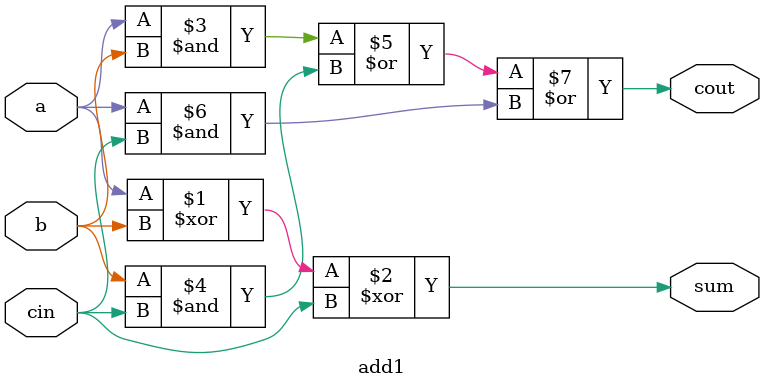
<source format=v>
`timescale 1 ns/10 ps  // time-unit = 1 ns, precision = 10 ps


module module_hierarchy ( 
    input [31:0] a,
    input [31:0] b,
    output [31:0] sum
);

    wire carry_middle;
    
    add16 low_adder (
        .a(a[15:0]),
        .b(b[15:0]),
        .cin(1'b0),          // The very first carry-in is 0
        .sum(sum[15:0]),
        .cout(carry_middle)   // This "output" goes into the middle wire
    );

    wire dont_care;

    add16 high_adder (
        .a(a[31:16]),
        .b(b[31:16]),
        .cin(carry_middle),
        .sum(sum[31:16]),
        .cout(dont_care)
    );


    // assign sum = 32'd0;

endmodule

//module add16 ( input[15:0] a, input[15:0] b, input cin, output[15:0] sum, output cout );

module add1 ( input a, input b, input cin,   output sum, output cout );

    // assign sum = (~cin & ~a & b) | (~cin & a & ~b) | (cin & ~a & ~b) | (cin & a & b);
    // use the xor trick for cleaner code.
    assign sum = a ^ b ^ cin;
    assign cout = (a & b) | (b & cin) | (a & cin);


// cin a b      sum cout
// 0   0 0      0    0
// 0   0 1      1    0
// 0   1 0      1    0
// 0   1 1      0    1
// 1   0 0      1    0
// 1   0 1      0    1
// 1   1 0      0    1
// 1   1 1      1    1
endmodule
</source>
